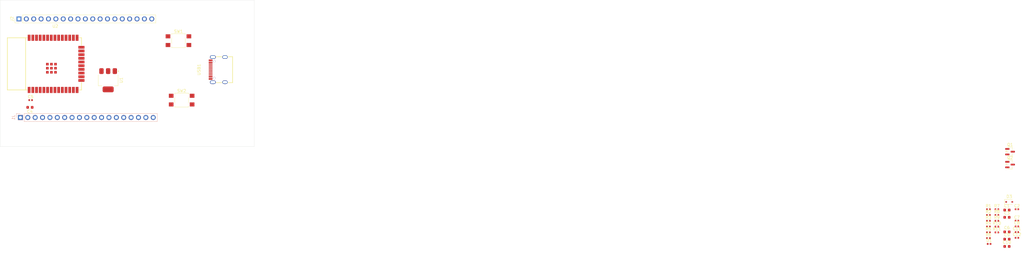
<source format=kicad_pcb>
(kicad_pcb (version 20241229) (generator "pcbnew") (generator_version "9.0")
  (layers (0 "F.Cu" signal) (2 "B.Cu" signal) (13 "F.Paste" user) (15 "B.Paste" user) (5 "F.SilkS" user "F.Silkscreen") (7 "B.SilkS" user "B.Silkscreen") (1 "F.Mask" user) (3 "B.Mask" user) (25 "Edge.Cuts" user))
  (net 0 "")
  (net 1 "VCC")
  (net 2 "GND")
  (net 3 "+3.3V")
  (net 4 "/CHIP_EN")
  (net 5 "Net-(C8-Pad2)")
  (net 6 "Net-(U3-VBUS)")
  (net 7 "/GPIO0")
  (net 8 "Net-(D1-A)")
  (net 9 "VBUS")
  (net 10 "Net-(Q1-B)")
  (net 11 "/RTS")
  (net 12 "/DTR")
  (net 13 "Net-(Q2-B)")
  (net 14 "Net-(USB1-CC2)")
  (net 15 "Net-(USB1-CC1)")
  (net 16 "Net-(U3-~{SUSPEND})")
  (net 17 "/TXD0")
  (net 18 "Net-(U3-TXD)")
  (net 19 "/RXD0")
  (net 20 "Net-(U3-RXD)")
  (net 21 "/IO34")
  (net 22 "/SENSOR_VN")
  (net 23 "/IO0")
  (net 24 "/IO15")
  (net 25 "/IO16")
  (net 27 "/IO12")
  (net 29 "/IO35")
  (net 30 "/IO14")
  (net 31 "/IO4")
  (net 32 "/IO2")
  (net 33 "/1026")
  (net 34 "/1027")
  (net 36 "/IO19")
  (net 37 "/1021")
  (net 38 "/IO23")
  (net 39 "/IO18")
  (net 40 "/IO32")
  (net 41 "/1022")
  (net 42 "/IO17")
  (net 43 "/SENSOR_VP")
  (net 47 "/IO13")
  (net 48 "/IO33")
  (net 49 "/1025")
  (net 50 "/IO5")
  (net 52 "/USB_P")
  (net 53 "/USB_N")
  (footprint "Resistor_SMD:R_0402_1005Metric" (layer "F.Cu") (at 355.21 182.15)
    (property "Reference" "R2" (at 0 -1.17 0) (layer "F.SilkS"))
    (property "Value" "10K")
    (fp_line (start -0.153641 -0.38) (end 0.153641 -0.38) (stroke (width 0.12)) (layer "F.SilkS"))
    (fp_line (start -0.153641 0.38) (end 0.153641 0.38) (stroke (width 0.12)) (layer "F.SilkS"))
    (pad "1" smd roundrect (at -0.51 0) (size 0.54 0.64) (layers "F.Cu" "F.Mask" "F.Paste") (net 3 "+3.3V"))
    (pad "2" smd roundrect (at 0.51 0) (size 0.54 0.64) (layers "F.Cu" "F.Mask" "F.Paste") (net 4 "/CHIP_EN"))
  )
  (footprint "Resistor_SMD:R_0402_1005Metric" (layer "F.Cu") (at 358.12 186.13)
    (property "Reference" "R10" (at 0 -1.17 0) (layer "F.SilkS"))
    (property "Value" "10K")
    (fp_line (start -0.153641 -0.38) (end 0.153641 -0.38) (stroke (width 0.12)) (layer "F.SilkS"))
    (fp_line (start -0.153641 0.38) (end 0.153641 0.38) (stroke (width 0.12)) (layer "F.SilkS"))
    (pad "1" smd roundrect (at -0.51 0) (size 0.54 0.64) (layers "F.Cu" "F.Mask" "F.Paste") (net 11 "/RTS"))
    (pad "2" smd roundrect (at 0.51 0) (size 0.54 0.64) (layers "F.Cu" "F.Mask" "F.Paste") (net 13 "Net-(Q2-B)"))
  )
  (footprint "Capacitor_SMD:C_0603_1608Metric" (layer "F.Cu") (at 361.58 190.46)
    (property "Reference" "C9" (at 0 -1.43 0) (layer "F.SilkS"))
    (property "Value" "10uF")
    (fp_line (start -0.14058 -0.51) (end 0.14058 -0.51) (stroke (width 0.12)) (layer "F.SilkS"))
    (fp_line (start -0.14058 0.51) (end 0.14058 0.51) (stroke (width 0.12)) (layer "F.SilkS"))
    (pad "1" smd roundrect (at -0.775 0) (size 0.9 0.95) (layers "F.Cu" "F.Mask" "F.Paste") (net 3 "+3.3V"))
    (pad "2" smd roundrect (at 0.775 0) (size 0.9 0.95) (layers "F.Cu" "F.Mask" "F.Paste") (net 2 "GND"))
  )
  (footprint "Capacitor_SMD:C_0603_1608Metric" (layer "F.Cu") (at 361.58 182.93)
    (property "Reference" "C3" (at 0 -1.43 0) (layer "F.SilkS"))
    (property "Value" "10uF")
    (fp_line (start -0.14058 -0.51) (end 0.14058 -0.51) (stroke (width 0.12)) (layer "F.SilkS"))
    (fp_line (start -0.14058 0.51) (end 0.14058 0.51) (stroke (width 0.12)) (layer "F.SilkS"))
    (pad "1" smd roundrect (at -0.775 0) (size 0.9 0.95) (layers "F.Cu" "F.Mask" "F.Paste") (net 3 "+3.3V"))
    (pad "2" smd roundrect (at 0.775 0) (size 0.9 0.95) (layers "F.Cu" "F.Mask" "F.Paste") (net 2 "GND"))
  )
  (footprint "Capacitor_SMD:C_0603_1608Metric" (layer "F.Cu") (at 25.275 145 180)
    (property "Reference" "C4" (at 0 -1.43 0) (layer "F.SilkS"))
    (property "Value" "10uF")
    (fp_line (start -0.14058 0.51) (end 0.14058 0.51) (stroke (width 0.12)) (layer "F.SilkS"))
    (fp_line (start -0.14058 -0.51) (end 0.14058 -0.51) (stroke (width 0.12)) (layer "F.SilkS"))
    (pad "1" smd roundrect (at -0.775 0 180) (size 0.9 0.95) (layers "F.Cu" "F.Mask" "F.Paste") (net 3 "+3.3V"))
    (pad "2" smd roundrect (at 0.775 0 180) (size 0.9 0.95) (layers "F.Cu" "F.Mask" "F.Paste") (net 2 "GND"))
  )
  (footprint "USB-TYPE-C-018:USB-C_SMD-TYPE-C-31-M-12" (layer "F.Cu") (at 89.9475 132 90)
    (property "Reference" "USB1" (at 0 -6.47 90) (layer "F.SilkS"))
    (property "Value" "USB-TYPE-C-018")
    (fp_line (start 4.47 1.38) (end 4.47 -0.48) (stroke (width 0.25)) (layer "F.SilkS"))
    (fp_line (start -4.47 1.38) (end -4.47 -0.48) (stroke (width 0.25)) (layer "F.SilkS"))
    (fp_line (start 4.47 5.1) (end 4.47 3.62) (stroke (width 0.25)) (layer "F.SilkS"))
    (fp_line (start 4.47 5.1) (end -4.47 5.1) (stroke (width 0.25)) (layer "F.SilkS"))
    (fp_line (start -4.47 5.1) (end -4.47 3.62) (stroke (width 0.25)) (layer "F.SilkS"))
    (pad "" thru_hole circle (at -2.9 -1.21 90) (size 0.75 0.75) (drill 0.75) (layers "*.Cu" "*.Mask"))
    (pad "" thru_hole circle (at 2.9 -1.21 90) (size 0.75 0.75) (drill 0.75) (layers "*.Cu" "*.Mask"))
    (pad "0" thru_hole oval (at -4.33 -1.71 90) (size 1.2 2) (drill oval 0.799998 1.600022) (layers "*.Cu" "*.Mask") (net 2 "GND"))
    (pad "1" thru_hole oval (at 4.33 -1.71 90) (size 1.2 2) (drill oval 0.799998 1.599971) (layers "*.Cu" "*.Mask"))
    (pad "2" thru_hole oval (at 4.33 2.47 90) (size 1.2 1.8) (drill oval 0.799998 1.399997) (layers "*.Cu" "*.Mask") (net 2 "GND"))
    (pad "3" thru_hole oval (at -4.33 2.47 90) (size 1.2 1.8) (drill oval 0.799998 1.399997) (layers "*.Cu" "*.Mask") (net 2 "GND"))
    (pad "A1" smd rect (at -3.35 -2.47 90) (size 0.3 1.3) (layers "F.Cu" "F.Mask" "F.Paste") (net 2 "GND"))
    (pad "A4" smd rect (at -2.55 -2.47 90) (size 0.3 1.3) (layers "F.Cu" "F.Mask" "F.Paste") (net 9 "VBUS"))
    (pad "A5" smd rect (at -1.25 -2.47 90) (size 0.3 1.3) (layers "F.Cu" "F.Mask" "F.Paste") (net 15 "Net-(USB1-CC1)"))
    (pad "A6" smd rect (at -0.25 -2.47 90) (size 0.3 1.3) (layers "F.Cu" "F.Mask" "F.Paste") (net 52 "/USB_P"))
    (pad "A7" smd rect (at 0.25 -2.47 90) (size 0.3 1.3) (layers "F.Cu" "F.Mask" "F.Paste") (net 53 "/USB_N"))
    (pad "A8" smd rect (at 1.25 -2.47 90) (size 0.3 1.3) (layers "F.Cu" "F.Mask" "F.Paste"))
    (pad "A9" smd rect (at 2.55 -2.47 90) (size 0.3 1.3) (layers "F.Cu" "F.Mask" "F.Paste") (net 9 "VBUS"))
    (pad "A12" smd rect (at 3.35 -2.47 90) (size 0.3 1.3) (layers "F.Cu" "F.Mask" "F.Paste") (net 2 "GND"))
    (pad "B1" smd rect (at 3.05 -2.47 90) (size 0.3 1.3) (layers "F.Cu" "F.Mask" "F.Paste") (net 2 "GND"))
    (pad "B4" smd rect (at 2.25 -2.47 90) (size 0.3 1.3) (layers "F.Cu" "F.Mask" "F.Paste") (net 9 "VBUS"))
    (pad "B5" smd rect (at 1.75 -2.47 90) (size 0.3 1.3) (layers "F.Cu" "F.Mask" "F.Paste") (net 14 "Net-(USB1-CC2)"))
    (pad "B6" smd rect (at 0.75 -2.47 90) (size 0.3 1.3) (layers "F.Cu" "F.Mask" "F.Paste") (net 52 "/USB_P"))
    (pad "B7" smd rect (at -0.75 -2.47 90) (size 0.3 1.3) (layers "F.Cu" "F.Mask" "F.Paste") (net 53 "/USB_N"))
    (pad "B8" smd rect (at -1.75 -2.47 90) (size 0.3 1.3) (layers "F.Cu" "F.Mask" "F.Paste"))
    (pad "B9" smd rect (at -2.25 -2.47 90) (size 0.3 1.3) (layers "F.Cu" "F.Mask" "F.Paste") (net 9 "VBUS"))
    (pad "B12" smd rect (at -3.05 -2.47 90) (size 0.3 1.3) (layers "F.Cu" "F.Mask" "F.Paste") (net 2 "GND"))
  )
  (footprint "Resistor_SMD:R_0402_1005Metric" (layer "F.Cu") (at 358.12 188.12)
    (property "Reference" "R11" (at 0 -1.17 0) (layer "F.SilkS"))
    (property "Value" "10K")
    (fp_line (start -0.153641 -0.38) (end 0.153641 -0.38) (stroke (width 0.12)) (layer "F.SilkS"))
    (fp_line (start -0.153641 0.38) (end 0.153641 0.38) (stroke (width 0.12)) (layer "F.SilkS"))
    (pad "1" smd roundrect (at -0.51 0) (size 0.54 0.64) (layers "F.Cu" "F.Mask" "F.Paste") (net 12 "/DTR"))
    (pad "2" smd roundrect (at 0.51 0) (size 0.54 0.64) (layers "F.Cu" "F.Mask" "F.Paste") (net 10 "Net-(Q1-B)"))
  )
  (footprint "Capacitor_SMD:C_0603_1608Metric" (layer "F.Cu") (at 361.58 180.42)
    (property "Reference" "C1" (at 0 -1.43 0) (layer "F.SilkS"))
    (property "Value" "10uF")
    (fp_line (start -0.14058 -0.51) (end 0.14058 -0.51) (stroke (width 0.12)) (layer "F.SilkS"))
    (fp_line (start -0.14058 0.51) (end 0.14058 0.51) (stroke (width 0.12)) (layer "F.SilkS"))
    (pad "1" smd roundrect (at -0.775 0) (size 0.9 0.95) (layers "F.Cu" "F.Mask" "F.Paste") (net 1 "VCC"))
    (pad "2" smd roundrect (at 0.775 0) (size 0.9 0.95) (layers "F.Cu" "F.Mask" "F.Paste") (net 2 "GND"))
  )
  (footprint "Capacitor_SMD:C_0402_1005Metric" (layer "F.Cu") (at 365.02 190)
    (property "Reference" "C12" (at 0 -1.16 0) (layer "F.SilkS"))
    (property "Value" "100nF")
    (fp_line (start -0.107836 -0.36) (end 0.107836 -0.36) (stroke (width 0.12)) (layer "F.SilkS"))
    (fp_line (start -0.107836 0.36) (end 0.107836 0.36) (stroke (width 0.12)) (layer "F.SilkS"))
    (pad "1" smd roundrect (at -0.48 0) (size 0.56 0.62) (layers "F.Cu" "F.Mask" "F.Paste") (net 2 "GND"))
    (pad "2" smd roundrect (at 0.48 0) (size 0.56 0.62) (layers "F.Cu" "F.Mask" "F.Paste") (net 4 "/CHIP_EN"))
  )
  (footprint "Resistor_SMD:R_0402_1005Metric" (layer "F.Cu") (at 358.12 184.14)
    (property "Reference" "R9" (at 0 -1.17 0) (layer "F.SilkS"))
    (property "Value" "0")
    (fp_line (start -0.153641 -0.38) (end 0.153641 -0.38) (stroke (width 0.12)) (layer "F.SilkS"))
    (fp_line (start -0.153641 0.38) (end 0.153641 0.38) (stroke (width 0.12)) (layer "F.SilkS"))
    (pad "1" smd roundrect (at -0.51 0) (size 0.54 0.64) (layers "F.Cu" "F.Mask" "F.Paste") (net 20 "Net-(U3-RXD)"))
    (pad "2" smd roundrect (at 0.51 0) (size 0.54 0.64) (layers "F.Cu" "F.Mask" "F.Paste") (net 19 "/RXD0"))
  )
  (footprint "Button_Switch_SMD:SW_SPST_TL3305A" (layer "F.Cu") (at 76.4 122)
    (property "Reference" "SW1" (at 0 -3.2 0) (layer "F.SilkS"))
    (property "Value" "SW_Push")
    (fp_line (start -2.37 -2.37) (end -2.37 -1.97) (stroke (width 0.12)) (layer "F.SilkS"))
    (fp_line (start -2.37 -2.37) (end 2.37 -2.37) (stroke (width 0.12)) (layer "F.SilkS"))
    (fp_line (start -2.37 1.03) (end -2.37 -1.03) (stroke (width 0.12)) (layer "F.SilkS"))
    (fp_line (start -2.37 2.37) (end -2.37 1.97) (stroke (width 0.12)) (layer "F.SilkS"))
    (fp_line (start -2.37 2.37) (end 2.37 2.37) (stroke (width 0.12)) (layer "F.SilkS"))
    (fp_line (start 2.37 -2.37) (end 2.37 -1.97) (stroke (width 0.12)) (layer "F.SilkS"))
    (fp_line (start 2.37 1.03) (end 2.37 -1.03) (stroke (width 0.12)) (layer "F.SilkS"))
    (fp_line (start 2.37 2.37) (end 2.37 1.97) (stroke (width 0.12)) (layer "F.SilkS"))
    (pad "1" smd rect (at -3.6 -1.5) (size 1.6 1.4) (layers "F.Cu" "F.Mask" "F.Paste") (net 7 "/GPIO0"))
    (pad "1" smd rect (at 3.6 -1.5) (size 1.6 1.4) (layers "F.Cu" "F.Mask" "F.Paste") (net 7 "/GPIO0"))
    (pad "2" smd rect (at -3.6 1.5) (size 1.6 1.4) (layers "F.Cu" "F.Mask" "F.Paste") (net 2 "GND"))
    (pad "2" smd rect (at 3.6 1.5) (size 1.6 1.4) (layers "F.Cu" "F.Mask" "F.Paste") (net 2 "GND"))
  )
  (footprint "Resistor_SMD:R_0402_1005Metric" (layer "F.Cu") (at 355.21 180.16)
    (property "Reference" "R1" (at 0 -1.17 0) (layer "F.SilkS"))
    (property "Value" "4.7K")
    (fp_line (start -0.153641 -0.38) (end 0.153641 -0.38) (stroke (width 0.12)) (layer "F.SilkS"))
    (fp_line (start -0.153641 0.38) (end 0.153641 0.38) (stroke (width 0.12)) (layer "F.SilkS"))
    (pad "1" smd roundrect (at -0.51 0) (size 0.54 0.64) (layers "F.Cu" "F.Mask" "F.Paste") (net 3 "+3.3V"))
    (pad "2" smd roundrect (at 0.51 0) (size 0.54 0.64) (layers "F.Cu" "F.Mask" "F.Paste") (net 8 "Net-(D1-A)"))
  )
  (footprint "Capacitor_SMD:C_0603_1608Metric" (layer "F.Cu") (at 361.58 192.97)
    (property "Reference" "C10" (at 0 -1.43 0) (layer "F.SilkS"))
    (property "Value" "10uF")
    (fp_line (start -0.14058 -0.51) (end 0.14058 -0.51) (stroke (width 0.12)) (layer "F.SilkS"))
    (fp_line (start -0.14058 0.51) (end 0.14058 0.51) (stroke (width 0.12)) (layer "F.SilkS"))
    (pad "1" smd roundrect (at -0.775 0) (size 0.9 0.95) (layers "F.Cu" "F.Mask" "F.Paste") (net 1 "VCC"))
    (pad "2" smd roundrect (at 0.775 0) (size 0.9 0.95) (layers "F.Cu" "F.Mask" "F.Paste") (net 2 "GND"))
  )
  (footprint "Capacitor_SMD:C_0402_1005Metric" (layer "F.Cu") (at 365.02 180.15)
    (property "Reference" "C2" (at 0 -1.16 0) (layer "F.SilkS"))
    (property "Value" "100nF")
    (fp_line (start -0.107836 -0.36) (end 0.107836 -0.36) (stroke (width 0.12)) (layer "F.SilkS"))
    (fp_line (start -0.107836 0.36) (end 0.107836 0.36) (stroke (width 0.12)) (layer "F.SilkS"))
    (pad "1" smd roundrect (at -0.48 0) (size 0.56 0.62) (layers "F.Cu" "F.Mask" "F.Paste") (net 2 "GND"))
    (pad "2" smd roundrect (at 0.48 0) (size 0.56 0.62) (layers "F.Cu" "F.Mask" "F.Paste") (net 3 "+3.3V"))
  )
  (footprint "Resistor_SMD:R_0402_1005Metric" (layer "F.Cu") (at 358.12 180.16)
    (property "Reference" "R7" (at 0 -1.17 0) (layer "F.SilkS"))
    (property "Value" "47K5")
    (fp_line (start -0.153641 -0.38) (end 0.153641 -0.38) (stroke (width 0.12)) (layer "F.SilkS"))
    (fp_line (start -0.153641 0.38) (end 0.153641 0.38) (stroke (width 0.12)) (layer "F.SilkS"))
    (pad "1" smd roundrect (at -0.51 0) (size 0.54 0.64) (layers "F.Cu" "F.Mask" "F.Paste") (net 16 "Net-(U3-~{SUSPEND})"))
    (pad "2" smd roundrect (at 0.51 0) (size 0.54 0.64) (layers "F.Cu" "F.Mask" "F.Paste") (net 2 "GND"))
  )
  (footprint "Resistor_SMD:R_0402_1005Metric" (layer "F.Cu") (at 355.21 184.14)
    (property "Reference" "R3" (at 0 -1.17 0) (layer "F.SilkS"))
    (property "Value" "5K1")
    (fp_line (start -0.153641 -0.38) (end 0.153641 -0.38) (stroke (width 0.12)) (layer "F.SilkS"))
    (fp_line (start -0.153641 0.38) (end 0.153641 0.38) (stroke (width 0.12)) (layer "F.SilkS"))
    (pad "1" smd roundrect (at -0.51 0) (size 0.54 0.64) (layers "F.Cu" "F.Mask" "F.Paste") (net 14 "Net-(USB1-CC2)"))
    (pad "2" smd roundrect (at 0.51 0) (size 0.54 0.64) (layers "F.Cu" "F.Mask" "F.Paste") (net 2 "GND"))
  )
  (footprint "LED_SMD:LED_0402_1005Metric" (layer "F.Cu") (at 355.445 192.1)
    (property "Reference" "D1" (at 0 -1.17 0) (layer "F.SilkS"))
    (property "Value" "LED")
    (fp_circle (center -1.09 0) (end -1.04 0) (stroke (width 0.1)) (fill no) (layer "F.SilkS"))
    (pad "1" smd roundrect (at -0.485 0) (size 0.59 0.64) (layers "F.Cu" "F.Mask" "F.Paste") (net 2 "GND"))
    (pad "2" smd roundrect (at 0.485 0) (size 0.59 0.64) (layers "F.Cu" "F.Mask" "F.Paste") (net 8 "Net-(D1-A)"))
  )
  (footprint "Capacitor_SMD:C_0402_1005Metric" (layer "F.Cu") (at 365.02 188.03)
    (property "Reference" "C11" (at 0 -1.16 0) (layer "F.SilkS"))
    (property "Value" "100nF")
    (fp_line (start -0.107836 -0.36) (end 0.107836 -0.36) (stroke (width 0.12)) (layer "F.SilkS"))
    (fp_line (start -0.107836 0.36) (end 0.107836 0.36) (stroke (width 0.12)) (layer "F.SilkS"))
    (pad "1" smd roundrect (at -0.48 0) (size 0.56 0.62) (layers "F.Cu" "F.Mask" "F.Paste") (net 2 "GND"))
    (pad "2" smd roundrect (at 0.48 0) (size 0.56 0.62) (layers "F.Cu" "F.Mask" "F.Paste") (net 7 "/GPIO0"))
  )
  (footprint "Capacitor_SMD:C_0402_1005Metric" (layer "F.Cu") (at 25.52 142.5)
    (property "Reference" "C5" (at 0 -1.16 0) (layer "F.SilkS"))
    (property "Value" "100nF")
    (fp_line (start -0.107836 -0.36) (end 0.107836 -0.36) (stroke (width 0.12)) (layer "F.SilkS"))
    (fp_line (start -0.107836 0.36) (end 0.107836 0.36) (stroke (width 0.12)) (layer "F.SilkS"))
    (pad "1" smd roundrect (at -0.48 0) (size 0.56 0.62) (layers "F.Cu" "F.Mask" "F.Paste") (net 2 "GND"))
    (pad "2" smd roundrect (at 0.48 0) (size 0.56 0.62) (layers "F.Cu" "F.Mask" "F.Paste") (net 3 "+3.3V"))
  )
  (footprint "Diode_SMD:D_SOD-323" (layer "F.Cu") (at 362.365 177.62)
    (property "Reference" "D3" (at 0 -1.85 0) (layer "F.SilkS"))
    (property "Value" "1N5819WS")
    (fp_line (start -1.61 -0.85) (end -1.61 0.85) (stroke (width 0.12)) (layer "F.SilkS"))
    (fp_line (start -1.61 -0.85) (end 1.05 -0.85) (stroke (width 0.12)) (layer "F.SilkS"))
    (fp_line (start -1.61 0.85) (end 1.05 0.85) (stroke (width 0.12)) (layer "F.SilkS"))
    (pad "1" smd roundrect (at -1.05 0) (size 0.6 0.45) (layers "F.Cu" "F.Mask" "F.Paste") (net 1 "VCC"))
    (pad "2" smd roundrect (at 1.05 0) (size 0.6 0.45) (layers "F.Cu" "F.Mask" "F.Paste") (net 9 "VBUS"))
  )
  (footprint "Button_Switch_SMD:SW_SPST_TL3305A" (layer "F.Cu") (at 77.5 142.5)
    (property "Reference" "SW2" (at 0 -3.2 0) (layer "F.SilkS"))
    (property "Value" "SW_Push")
    (fp_line (start -2.37 -2.37) (end -2.37 -1.97) (stroke (width 0.12)) (layer "F.SilkS"))
    (fp_line (start -2.37 -2.37) (end 2.37 -2.37) (stroke (width 0.12)) (layer "F.SilkS"))
    (fp_line (start -2.37 1.03) (end -2.37 -1.03) (stroke (width 0.12)) (layer "F.SilkS"))
    (fp_line (start -2.37 2.37) (end -2.37 1.97) (stroke (width 0.12)) (layer "F.SilkS"))
    (fp_line (start -2.37 2.37) (end 2.37 2.37) (stroke (width 0.12)) (layer "F.SilkS"))
    (fp_line (start 2.37 -2.37) (end 2.37 -1.97) (stroke (width 0.12)) (layer "F.SilkS"))
    (fp_line (start 2.37 1.03) (end 2.37 -1.03) (stroke (width 0.12)) (layer "F.SilkS"))
    (fp_line (start 2.37 2.37) (end 2.37 1.97) (stroke (width 0.12)) (layer "F.SilkS"))
    (pad "1" smd rect (at -3.6 -1.5) (size 1.6 1.4) (layers "F.Cu" "F.Mask" "F.Paste") (net 4 "/CHIP_EN"))
    (pad "1" smd rect (at 3.6 -1.5) (size 1.6 1.4) (layers "F.Cu" "F.Mask" "F.Paste") (net 4 "/CHIP_EN"))
    (pad "2" smd rect (at -3.6 1.5) (size 1.6 1.4) (layers "F.Cu" "F.Mask" "F.Paste") (net 2 "GND"))
    (pad "2" smd rect (at 3.6 1.5) (size 1.6 1.4) (layers "F.Cu" "F.Mask" "F.Paste") (net 2 "GND"))
  )
  (footprint "Connector_PinHeader_2.54mm:PinHeader_1x19_P2.54mm_Vertical" (layer "F.Cu") (at 21.5 114.5 90)
    (property "Reference" "J2" (at 0 -2.38 90) (layer "F.SilkS"))
    (property "Value" "Conn_01x19")
    (fp_line (start -1.38 -1.38) (end 0 -1.38) (stroke (width 0.12)) (layer "F.SilkS"))
    (fp_line (start -1.38 0) (end -1.38 -1.38) (stroke (width 0.12)) (layer "F.SilkS"))
    (fp_line (start 1.38 1.27) (end 1.38 47.1) (stroke (width 0.12)) (layer "F.SilkS"))
    (fp_line (start -1.38 1.27) (end 1.38 1.27) (stroke (width 0.12)) (layer "F.SilkS"))
    (fp_line (start -1.38 1.27) (end -1.38 47.1) (stroke (width 0.12)) (layer "F.SilkS"))
    (fp_line (start -1.38 47.1) (end 1.38 47.1) (stroke (width 0.12)) (layer "F.SilkS"))
    (pad "1" thru_hole rect (at 0 0 90) (size 1.7 1.7) (drill 1) (layers "*.Cu" "*.Mask") (net 2 "GND"))
    (pad "2" thru_hole circle (at 0 2.54 90) (size 1.7 1.7) (drill 1) (layers "*.Cu" "*.Mask") (net 1 "VCC"))
    (pad "3" thru_hole circle (at 0 5.08 90) (size 1.7 1.7) (drill 1) (layers "*.Cu" "*.Mask") (net 38 "/IO23"))
    (pad "4" thru_hole circle (at 0 7.62 90) (size 1.7 1.7) (drill 1) (layers "*.Cu" "*.Mask") (net 41 "/1022"))
    (pad "5" thru_hole circle (at 0 10.16 90) (size 1.7 1.7) (drill 1) (layers "*.Cu" "*.Mask") (net 17 "/TXD0"))
    (pad "6" thru_hole circle (at 0 12.7 90) (size 1.7 1.7) (drill 1) (layers "*.Cu" "*.Mask") (net 19 "/RXD0"))
    (pad "7" thru_hole circle (at 0 15.24 90) (size 1.7 1.7) (drill 1) (layers "*.Cu" "*.Mask") (net 37 "/1021"))
    (pad "8" thru_hole circle (at 0 17.78 90) (size 1.7 1.7) (drill 1) (layers "*.Cu" "*.Mask") (net 2 "GND"))
    (pad "9" thru_hole circle (at 0 20.32 90) (size 1.7 1.7) (drill 1) (layers "*.Cu" "*.Mask") (net 36 "/IO19"))
    (pad "10" thru_hole circle (at 0 22.86 90) (size 1.7 1.7) (drill 1) (layers "*.Cu" "*.Mask") (net 39 "/IO18"))
    (pad "11" thru_hole circle (at 0 25.4 90) (size 1.7 1.7) (drill 1) (layers "*.Cu" "*.Mask") (net 50 "/IO5"))
    (pad "12" thru_hole circle (at 0 27.94 90) (size 1.7 1.7) (drill 1) (layers "*.Cu" "*.Mask") (net 42 "/IO17"))
    (pad "13" thru_hole circle (at 0 30.48 90) (size 1.7 1.7) (drill 1) (layers "*.Cu" "*.Mask") (net 25 "/IO16"))
    (pad "14" thru_hole circle (at 0 33.02 90) (size 1.7 1.7) (drill 1) (layers "*.Cu" "*.Mask") (net 31 "/IO4"))
    (pad "15" thru_hole circle (at 0 35.56 90) (size 1.7 1.7) (drill 1) (layers "*.Cu" "*.Mask") (net 23 "/IO0"))
    (pad "16" thru_hole circle (at 0 38.1 90) (size 1.7 1.7) (drill 1) (layers "*.Cu" "*.Mask") (net 32 "/IO2"))
    (pad "17" thru_hole circle (at 0 40.64 90) (size 1.7 1.7) (drill 1) (layers "*.Cu" "*.Mask") (net 24 "/IO15"))
    (pad "18" thru_hole circle (at 0 43.18 90) (size 1.7 1.7) (drill 1) (layers "*.Cu" "*.Mask"))
    (pad "19" thru_hole circle (at 0 45.72 90) (size 1.7 1.7) (drill 1) (layers "*.Cu" "*.Mask"))
  )
  (footprint "Capacitor_SMD:C_0402_1005Metric" (layer "F.Cu") (at 365.02 186.06)
    (property "Reference" "C8" (at 0 -1.16 0) (layer "F.SilkS"))
    (property "Value" "1uF")
    (fp_line (start -0.107836 -0.36) (end 0.107836 -0.36) (stroke (width 0.12)) (layer "F.SilkS"))
    (fp_line (start -0.107836 0.36) (end 0.107836 0.36) (stroke (width 0.12)) (layer "F.SilkS"))
    (pad "1" smd roundrect (at -0.48 0) (size 0.56 0.62) (layers "F.Cu" "F.Mask" "F.Paste") (net 6 "Net-(U3-VBUS)"))
    (pad "2" smd roundrect (at 0.48 0) (size 0.56 0.62) (layers "F.Cu" "F.Mask" "F.Paste") (net 5 "Net-(C8-Pad2)"))
  )
  (footprint "Resistor_SMD:R_0402_1005Metric" (layer "F.Cu") (at 355.21 188.12)
    (property "Reference" "R5" (at 0 -1.17 0) (layer "F.SilkS"))
    (property "Value" "22K")
    (fp_line (start -0.153641 -0.38) (end 0.153641 -0.38) (stroke (width 0.12)) (layer "F.SilkS"))
    (fp_line (start -0.153641 0.38) (end 0.153641 0.38) (stroke (width 0.12)) (layer "F.SilkS"))
    (pad "1" smd roundrect (at -0.51 0) (size 0.54 0.64) (layers "F.Cu" "F.Mask" "F.Paste") (net 9 "VBUS"))
    (pad "2" smd roundrect (at 0.51 0) (size 0.54 0.64) (layers "F.Cu" "F.Mask" "F.Paste") (net 6 "Net-(U3-VBUS)"))
  )
  (footprint "Resistor_SMD:R_0402_1005Metric" (layer "F.Cu") (at 355.21 186.13)
    (property "Reference" "R4" (at 0 -1.17 0) (layer "F.SilkS"))
    (property "Value" "5K1")
    (fp_line (start -0.153641 -0.38) (end 0.153641 -0.38) (stroke (width 0.12)) (layer "F.SilkS"))
    (fp_line (start -0.153641 0.38) (end 0.153641 0.38) (stroke (width 0.12)) (layer "F.SilkS"))
    (pad "1" smd roundrect (at -0.51 0) (size 0.54 0.64) (layers "F.Cu" "F.Mask" "F.Paste") (net 15 "Net-(USB1-CC1)"))
    (pad "2" smd roundrect (at 0.51 0) (size 0.54 0.64) (layers "F.Cu" "F.Mask" "F.Paste") (net 2 "GND"))
  )
  (footprint "Capacitor_SMD:C_0402_1005Metric" (layer "F.Cu") (at 365.02 184.09)
    (property "Reference" "C7" (at 0 -1.16 0) (layer "F.SilkS"))
    (property "Value" "100nF")
    (fp_line (start -0.107836 -0.36) (end 0.107836 -0.36) (stroke (width 0.12)) (layer "F.SilkS"))
    (fp_line (start -0.107836 0.36) (end 0.107836 0.36) (stroke (width 0.12)) (layer "F.SilkS"))
    (pad "1" smd roundrect (at -0.48 0) (size 0.56 0.62) (layers "F.Cu" "F.Mask" "F.Paste") (net 2 "GND"))
    (pad "2" smd roundrect (at 0.48 0) (size 0.56 0.62) (layers "F.Cu" "F.Mask" "F.Paste") (net 1 "VCC"))
  )
  (footprint "Package_TO_SOT_SMD:SOT-23" (layer "F.Cu") (at 362.65 164.74)
    (property "Reference" "Q2" (at 0 -2.4 0) (layer "F.SilkS"))
    (property "Value" "SS8050")
    (fp_line (start -0.76 -1.56) (end 0.76 -1.56) (stroke (width 0.12)) (layer "F.SilkS"))
    (fp_line (start -0.76 -1.51) (end -0.76 -1.56) (stroke (width 0.12)) (layer "F.SilkS"))
    (fp_line (start -0.76 0.39) (end -0.76 -0.39) (stroke (width 0.12)) (layer "F.SilkS"))
    (fp_line (start -0.76 1.56) (end -0.76 1.51) (stroke (width 0.12)) (layer "F.SilkS"))
    (fp_line (start 0.76 -1.56) (end 0.76 -0.56) (stroke (width 0.12)) (layer "F.SilkS"))
    (fp_line (start 0.76 0.56) (end 0.76 1.56) (stroke (width 0.12)) (layer "F.SilkS"))
    (fp_line (start 0.76 1.56) (end -0.76 1.56) (stroke (width 0.12)) (layer "F.SilkS"))
    (fp_poly (pts (xy -1.3 -0.38) (xy -1.06 -0.05) (xy -1.54 -0.05)) (stroke (width 0.12)) (fill yes) (layer "F.SilkS"))
    (pad "1" smd roundrect (at -0.9375 -0.95) (size 1.475 0.6) (layers "F.Cu" "F.Mask" "F.Paste") (net 13 "Net-(Q2-B)"))
    (pad "2" smd roundrect (at -0.9375 0.95) (size 1.475 0.6) (layers "F.Cu" "F.Mask" "F.Paste") (net 7 "/GPIO0"))
    (pad "3" smd roundrect (at 0.9375 0) (size 1.475 0.6) (layers "F.Cu" "F.Mask" "F.Paste") (net 12 "/DTR"))
  )
  (footprint "Capacitor_SMD:C_0603_1608Metric" (layer "F.Cu") (at 361.58 187.95)
    (property "Reference" "C6" (at 0 -1.43 0) (layer "F.SilkS"))
    (property "Value" "10uF")
    (fp_line (start -0.14058 -0.51) (end 0.14058 -0.51) (stroke (width 0.12)) (layer "F.SilkS"))
    (fp_line (start -0.14058 0.51) (end 0.14058 0.51) (stroke (width 0.12)) (layer "F.SilkS"))
    (pad "1" smd roundrect (at -0.775 0) (size 0.9 0.95) (layers "F.Cu" "F.Mask" "F.Paste") (net 4 "/CHIP_EN"))
    (pad "2" smd roundrect (at 0.775 0) (size 0.9 0.95) (layers "F.Cu" "F.Mask" "F.Paste") (net 2 "GND"))
  )
  (footprint "Package_TO_SOT_SMD:SOT-23" (layer "F.Cu") (at 362.65 160.29)
    (property "Reference" "Q1" (at 0 -2.4 0) (layer "F.SilkS"))
    (property "Value" "SS8050")
    (fp_line (start -0.76 -1.56) (end 0.76 -1.56) (stroke (width 0.12)) (layer "F.SilkS"))
    (fp_line (start -0.76 -1.51) (end -0.76 -1.56) (stroke (width 0.12)) (layer "F.SilkS"))
    (fp_line (start -0.76 0.39) (end -0.76 -0.39) (stroke (width 0.12)) (layer "F.SilkS"))
    (fp_line (start -0.76 1.56) (end -0.76 1.51) (stroke (width 0.12)) (layer "F.SilkS"))
    (fp_line (start 0.76 -1.56) (end 0.76 -0.56) (stroke (width 0.12)) (layer "F.SilkS"))
    (fp_line (start 0.76 0.56) (end 0.76 1.56) (stroke (width 0.12)) (layer "F.SilkS"))
    (fp_line (start 0.76 1.56) (end -0.76 1.56) (stroke (width 0.12)) (layer "F.SilkS"))
    (fp_poly (pts (xy -1.3 -0.38) (xy -1.06 -0.05) (xy -1.54 -0.05)) (stroke (width 0.12)) (fill yes) (layer "F.SilkS"))
    (pad "1" smd roundrect (at -0.9375 -0.95) (size 1.475 0.6) (layers "F.Cu" "F.Mask" "F.Paste") (net 10 "Net-(Q1-B)"))
    (pad "2" smd roundrect (at -0.9375 0.95) (size 1.475 0.6) (layers "F.Cu" "F.Mask" "F.Paste") (net 11 "/RTS"))
    (pad "3" smd roundrect (at 0.9375 0) (size 1.475 0.6) (layers "F.Cu" "F.Mask" "F.Paste") (net 4 "/CHIP_EN"))
  )
  (footprint "Resistor_SMD:R_0402_1005Metric" (layer "F.Cu") (at 358.12 182.15)
    (property "Reference" "R8" (at 0 -1.17 0) (layer "F.SilkS"))
    (property "Value" "0")
    (fp_line (start -0.153641 -0.38) (end 0.153641 -0.38) (stroke (width 0.12)) (layer "F.SilkS"))
    (fp_line (start -0.153641 0.38) (end 0.153641 0.38) (stroke (width 0.12)) (layer "F.SilkS"))
    (pad "1" smd roundrect (at -0.51 0) (size 0.54 0.64) (layers "F.Cu" "F.Mask" "F.Paste") (net 18 "Net-(U3-TXD)"))
    (pad "2" smd roundrect (at 0.51 0) (size 0.54 0.64) (layers "F.Cu" "F.Mask" "F.Paste") (net 17 "/TXD0"))
  )
  (footprint "ESP32-WROOM-32E-N4:WIFI-SMD_ESP32-WROOM-32E" (layer "F.Cu") (at 34 130)
    (property "Reference" "U2" (at 0 -13 0) (layer "F.SilkS"))
    (property "Value" "ESP32-WROOM-32E(4MB)")
    (fp_line (start -16.48 -9) (end -16.48 9) (stroke (width 0.25)) (layer "F.SilkS"))
    (fp_line (start -16.48 -9) (end -10.02 -9) (stroke (width 0.25)) (layer "F.SilkS"))
    (fp_line (start -16.48 9) (end -10.03 9) (stroke (width 0.25)) (layer "F.SilkS"))
    (fp_line (start -10.2 -9) (end -10.2 9) (stroke (width 0.25)) (layer "F.SilkS"))
    (fp_line (start -10.2 9) (end -9.69 9) (stroke (width 0.25)) (layer "F.SilkS"))
    (fp_line (start -9.69 -9.02) (end -10.2 -9.02) (stroke (width 0.25)) (layer "F.SilkS"))
    (fp_line (start 8.18 9) (end 9.02 9) (stroke (width 0.25)) (layer "F.SilkS"))
    (fp_line (start 9.02 -9.02) (end 8.18 -9.02) (stroke (width 0.25)) (layer "F.SilkS"))
    (fp_line (start 9.02 -6.4) (end 9.02 -9.02) (stroke (width 0.25)) (layer "F.SilkS"))
    (fp_line (start 9.02 9) (end 9.02 6.4) (stroke (width 0.25)) (layer "F.SilkS"))
    (pad "1" smd rect (at -9 9) (size 0.95 2.1) (layers "F.Cu" "F.Mask" "F.Paste") (net 2 "GND"))
    (pad "2" smd rect (at -7.73 9) (size 0.95 2.1) (layers "F.Cu" "F.Mask" "F.Paste") (net 3 "+3.3V"))
    (pad "3" smd rect (at -6.46 9) (size 0.95 2.1) (layers "F.Cu" "F.Mask" "F.Paste") (net 4 "/CHIP_EN"))
    (pad "4" smd rect (at -5.19 9) (size 0.95 2.1) (layers "F.Cu" "F.Mask" "F.Paste") (net 43 "/SENSOR_VP"))
    (pad "5" smd rect (at -3.92 9) (size 0.95 2.1) (layers "F.Cu" "F.Mask" "F.Paste") (net 22 "/SENSOR_VN"))
    (pad "6" smd rect (at -2.65 9) (size 0.95 2.1) (layers "F.Cu" "F.Mask" "F.Paste") (net 21 "/IO34"))
    (pad "7" smd rect (at -1.38 9) (size 0.95 2.1) (layers "F.Cu" "F.Mask" "F.Paste") (net 29 "/IO35"))
    (pad "8" smd rect (at -0.11 9) (size 0.95 2.1) (layers "F.Cu" "F.Mask" "F.Paste") (net 40 "/IO32"))
    (pad "9" smd rect (at 1.16 9) (size 0.95 2.1) (layers "F.Cu" "F.Mask" "F.Paste") (net 48 "/IO33"))
    (pad "10" smd rect (at 2.43 9) (size 0.95 2.1) (layers "F.Cu" "F.Mask" "F.Paste") (net 49 "/1025"))
    (pad "11" smd rect (at 3.7 9) (size 0.95 2.1) (layers "F.Cu" "F.Mask" "F.Paste") (net 33 "/1026"))
    (pad "12" smd rect (at 4.97 9) (size 0.95 2.1) (layers "F.Cu" "F.Mask" "F.Paste") (net 34 "/1027"))
    (pad "13" smd rect (at 6.24 9) (size 0.95 2.1) (layers "F.Cu" "F.Mask" "F.Paste") (net 30 "/IO14"))
    (pad "14" smd rect (at 7.51 9) (size 0.95 2.1) (layers "F.Cu" "F.Mask" "F.Paste") (net 27 "/IO12"))
    (pad "15" smd rect (at 9 5.71) (size 2.1 0.95) (layers "F.Cu" "F.Mask" "F.Paste") (net 2 "GND"))
    (pad "16" smd rect (at 9 4.44) (size 2.1 0.95) (layers "F.Cu" "F.Mask" "F.Paste") (net 47 "/IO13"))
    (pad "17" smd rect (at 9 3.17) (size 2.1 0.95) (layers "F.Cu" "F.Mask" "F.Paste"))
    (pad "18" smd rect (at 9 1.9) (size 2.1 0.95) (layers "F.Cu" "F.Mask" "F.Paste"))
    (pad "19" smd rect (at 9 0.63) (size 2.1 0.95) (layers "F.Cu" "F.Mask" "F.Paste"))
    (pad "20" smd rect (at 9 -0.64) (size 2.1 0.95) (layers "F.Cu" "F.Mask" "F.Paste"))
    (pad "21" smd rect (at 9 -1.91) (size 2.1 0.95) (layers "F.Cu" "F.Mask" "F.Paste"))
    (pad "22" smd rect (at 9 -3.18) (size 2.1 0.95) (layers "F.Cu" "F.Mask" "F.Paste"))
    (pad "23" smd rect (at 9 -4.45) (size 2.1 0.95) (layers "F.Cu" "F.Mask" "F.Paste") (net 24 "/IO15"))
    (pad "24" smd rect (at 9 -5.72) (size 2.1 0.95) (layers "F.Cu" "F.Mask" "F.Paste") (net 32 "/IO2"))
    (pad "25" smd rect (at 7.51 -9) (size 0.95 2.1) (layers "F.Cu" "F.Mask" "F.Paste") (net 23 "/IO0"))
    (pad "26" smd rect (at 6.24 -9) (size 0.95 2.1) (layers "F.Cu" "F.Mask" "F.Paste") (net 31 "/IO4"))
    (pad "27" smd rect (at 4.97 -9) (size 0.95 2.1) (layers "F.Cu" "F.Mask" "F.Paste") (net 25 "/IO16"))
    (pad "28" smd rect (at 3.7 -9) (size 0.95 2.1) (layers "F.Cu" "F.Mask" "F.Paste") (net 42 "/IO17"))
    (pad "29" smd rect (at 2.43 -9) (size 0.95 2.1) (layers "F.Cu" "F.Mask" "F.Paste") (net 50 "/IO5"))
    (pad "30" smd rect (at 1.16 -9) (size 0.95 2.1) (layers "F.Cu" "F.Mask" "F.Paste") (net 39 "/IO18"))
    (pad "31" smd rect (at -0.11 -9) (size 0.95 2.1) (layers "F.Cu" "F.Mask" "F.Paste") (net 36 "/IO19"))
    (pad "32" smd rect (at -1.38 -9) (size 0.95 2.1) (layers "F.Cu" "F.Mask" "F.Paste"))
    (pad "33" smd rect (at -2.65 -9) (size 0.95 2.1) (layers "F.Cu" "F.Mask" "F.Paste") (net 37 "/1021"))
    (pad "34" smd rect (at -3.92 -9) (size 0.95 2.1) (layers "F.Cu" "F.Mask" "F.Paste") (net 19 "/RXD0"))
    (pad "35" smd rect (at -5.19 -9) (size 0.95 2.1) (layers "F.Cu" "F.Mask" "F.Paste") (net 17 "/TXD0"))
    (pad "36" smd rect (at -6.46 -9) (size 0.95 2.1) (layers "F.Cu" "F.Mask" "F.Paste") (net 41 "/1022"))
    (pad "37" smd rect (at -7.73 -9) (size 0.95 2.1) (layers "F.Cu" "F.Mask" "F.Paste") (net 38 "/IO23"))
    (pad "38" smd rect (at -9 -9) (size 0.95 2.1) (layers "F.Cu" "F.Mask" "F.Paste") (net 2 "GND"))
    (pad "39" smd rect (at -2.72 0.1 180) (size 0.9 0.9) (layers "F.Cu" "F.Mask" "F.Paste") (net 2 "GND"))
    (pad "39" smd rect (at -2.72 1.5 180) (size 0.9 0.9) (layers "F.Cu" "F.Mask" "F.Paste") (net 2 "GND"))
    (pad "39" smd rect (at -2.72 2.9 180) (size 0.9 0.9) (layers "F.Cu" "F.Mask" "F.Paste") (net 2 "GND"))
    (pad "39" smd rect (at -1.32 0.1 180) (size 0.9 0.9) (layers "F.Cu" "F.Mask" "F.Paste") (net 2 "GND"))
    (pad "39" smd rect (at -1.32 1.5 180) (size 0.9 0.9) (layers "F.Cu" "F.Mask" "F.Paste") (net 2 "GND"))
    (pad "39" smd rect (at -1.32 2.9 180) (size 0.9 0.9) (layers "F.Cu" "F.Mask" "F.Paste") (net 2 "GND"))
    (pad "39" smd rect (at 0.08 0.1 180) (size 0.9 0.9) (layers "F.Cu" "F.Mask" "F.Paste") (net 2 "GND"))
    (pad "39" smd rect (at 0.08 1.5 180) (size 0.9 0.9) (layers "F.Cu" "F.Mask" "F.Paste") (net 2 "GND"))
    (pad "39" smd rect (at 0.08 2.9 180) (size 0.9 0.9) (layers "F.Cu" "F.Mask" "F.Paste") (net 2 "GND"))
  )
  (footprint "Package_TO_SOT_SMD:SOT-223-3_TabPin2" (layer "F.Cu") (at 52.2 135.65 -90)
    (property "Reference" "U1" (at 0 -4.5 90) (layer "F.SilkS"))
    (property "Value" "AMS1117-3.3")
    (fp_line (start -1.85 3.41) (end 1.91 3.41) (stroke (width 0.12)) (layer "F.SilkS"))
    (fp_line (start 1.91 3.41) (end 1.91 2.15) (stroke (width 0.12)) (layer "F.SilkS"))
    (fp_line (start -1.85 -3.41) (end 1.91 -3.41) (stroke (width 0.12)) (layer "F.SilkS"))
    (fp_line (start 1.91 -3.41) (end 1.91 -2.15) (stroke (width 0.12)) (layer "F.SilkS"))
    (fp_poly (pts (xy -3.13 -3.31) (xy -3.37 -3.64) (xy -2.89 -3.64) (xy -3.13 -3.31)) (stroke (width 0.12)) (fill yes) (layer "F.SilkS"))
    (pad "1" smd roundrect (at -3.15 -2.3 270) (size 2 1.5) (layers "F.Cu" "F.Mask" "F.Paste") (net 2 "GND"))
    (pad "2" smd roundrect (at -3.15 0 270) (size 2 1.5) (layers "F.Cu" "F.Mask" "F.Paste") (net 3 "+3.3V"))
    (pad "2" smd roundrect (at 3.15 0 270) (size 2 3.8) (layers "F.Cu" "F.Mask" "F.Paste") (net 3 "+3.3V"))
    (pad "3" smd roundrect (at -3.15 2.3 270) (size 2 1.5) (layers "F.Cu" "F.Mask" "F.Paste") (net 1 "VCC"))
  )
  (footprint "Resistor_SMD:R_0402_1005Metric" (layer "F.Cu") (at 355.21 190.11)
    (property "Reference" "R6" (at 0 -1.17 0) (layer "F.SilkS"))
    (property "Value" "47K5")
    (fp_line (start -0.153641 -0.38) (end 0.153641 -0.38) (stroke (width 0.12)) (layer "F.SilkS"))
    (fp_line (start -0.153641 0.38) (end 0.153641 0.38) (stroke (width 0.12)) (layer "F.SilkS"))
    (pad "1" smd roundrect (at -0.51 0) (size 0.54 0.64) (layers "F.Cu" "F.Mask" "F.Paste") (net 5 "Net-(C8-Pad2)"))
    (pad "2" smd roundrect (at 0.51 0) (size 0.54 0.64) (layers "F.Cu" "F.Mask" "F.Paste") (net 6 "Net-(U3-VBUS)"))
  )
  (footprint "Connector_PinHeader_2.54mm:PinHeader_1x19_P2.54mm_Vertical" (layer "B.Cu") (at 22 148.5 -90)
    (property "Reference" "J1" (at 0 2.38 90) (layer "B.SilkS") (effects (justify mirror)))
    (property "Value" "Conn_01x19")
    (fp_line (start -1.38 1.38) (end 0 1.38) (stroke (width 0.12)) (layer "B.SilkS"))
    (fp_line (start -1.38 0) (end -1.38 1.38) (stroke (width 0.12)) (layer "B.SilkS"))
    (fp_line (start -1.38 -1.27) (end 1.38 -1.27) (stroke (width 0.12)) (layer "B.SilkS"))
    (fp_line (start -1.38 -1.27) (end -1.38 -47.1) (stroke (width 0.12)) (layer "B.SilkS"))
    (fp_line (start 1.38 -1.27) (end 1.38 -47.1) (stroke (width 0.12)) (layer "B.SilkS"))
    (fp_line (start -1.38 -47.1) (end 1.38 -47.1) (stroke (width 0.12)) (layer "B.SilkS"))
    (pad "1" thru_hole rect (at 0 0 270) (size 1.7 1.7) (drill 1) (layers "*.Cu" "*.Mask") (net 2 "GND"))
    (pad "2" thru_hole circle (at 0 -2.54 270) (size 1.7 1.7) (drill 1) (layers "*.Cu" "*.Mask") (net 3 "+3.3V"))
    (pad "3" thru_hole circle (at 0 -5.08 270) (size 1.7 1.7) (drill 1) (layers "*.Cu" "*.Mask") (net 43 "/SENSOR_VP"))
    (pad "4" thru_hole circle (at 0 -7.62 270) (size 1.7 1.7) (drill 1) (layers "*.Cu" "*.Mask") (net 22 "/SENSOR_VN"))
    (pad "5" thru_hole circle (at 0 -10.16 270) (size 1.7 1.7) (drill 1) (layers "*.Cu" "*.Mask") (net 21 "/IO34"))
    (pad "6" thru_hole circle (at 0 -12.7 270) (size 1.7 1.7) (drill 1) (layers "*.Cu" "*.Mask") (net 29 "/IO35"))
    (pad "7" thru_hole circle (at 0 -15.24 270) (size 1.7 1.7) (drill 1) (layers "*.Cu" "*.Mask") (net 40 "/IO32"))
    (pad "8" thru_hole circle (at 0 -17.78 270) (size 1.7 1.7) (drill 1) (layers "*.Cu" "*.Mask") (net 48 "/IO33"))
    (pad "9" thru_hole circle (at 0 -20.32 270) (size 1.7 1.7) (drill 1) (layers "*.Cu" "*.Mask") (net 49 "/1025"))
    (pad "10" thru_hole circle (at 0 -22.86 270) (size 1.7 1.7) (drill 1) (layers "*.Cu" "*.Mask") (net 33 "/1026"))
    (pad "11" thru_hole circle (at 0 -25.4 270) (size 1.7 1.7) (drill 1) (layers "*.Cu" "*.Mask") (net 34 "/1027"))
    (pad "12" thru_hole circle (at 0 -27.94 270) (size 1.7 1.7) (drill 1) (layers "*.Cu" "*.Mask") (net 30 "/IO14"))
    (pad "13" thru_hole circle (at 0 -30.48 270) (size 1.7 1.7) (drill 1) (layers "*.Cu" "*.Mask") (net 27 "/IO12"))
    (pad "14" thru_hole circle (at 0 -33.02 270) (size 1.7 1.7) (drill 1) (layers "*.Cu" "*.Mask"))
    (pad "15" thru_hole circle (at 0 -35.56 270) (size 1.7 1.7) (drill 1) (layers "*.Cu" "*.Mask") (net 2 "GND"))
    (pad "16" thru_hole circle (at 0 -38.1 270) (size 1.7 1.7) (drill 1) (layers "*.Cu" "*.Mask") (net 47 "/IO13"))
    (pad "17" thru_hole circle (at 0 -40.64 270) (size 1.7 1.7) (drill 1) (layers "*.Cu" "*.Mask"))
    (pad "18" thru_hole circle (at 0 -43.18 270) (size 1.7 1.7) (drill 1) (layers "*.Cu" "*.Mask"))
    (pad "19" thru_hole circle (at 0 -45.72 270) (size 1.7 1.7) (drill 1) (layers "*.Cu" "*.Mask"))
  )
  (gr_rect (start 15 108) (end 102.5 158.5) (stroke (width 0.05)) (fill no) (layer "Edge.Cuts"))
)
</source>
